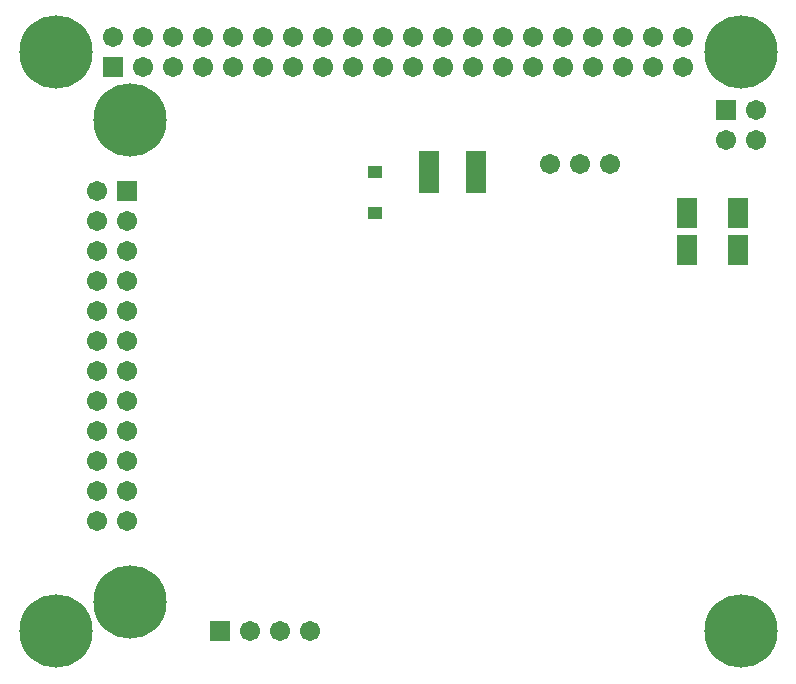
<source format=gts>
G04*
G04 #@! TF.GenerationSoftware,Altium Limited,Altium Designer,18.1.9 (240)*
G04*
G04 Layer_Color=8388736*
%FSAX25Y25*%
%MOIN*%
G70*
G01*
G75*
%ADD20R,0.06902X0.10446*%
%ADD21R,0.06902X0.14383*%
%ADD22R,0.04540X0.04343*%
%ADD23C,0.24422*%
%ADD24C,0.06706*%
%ADD25R,0.06706X0.06706*%
%ADD26C,0.06706*%
%ADD27C,0.06710*%
%ADD28R,0.06706X0.06706*%
D20*
X0392173Y0196728D02*
D03*
Y0184327D02*
D03*
X0374949Y0196728D02*
D03*
Y0184327D02*
D03*
D21*
X0304673Y0210409D02*
D03*
X0288925D02*
D03*
D22*
X0271110Y0196630D02*
D03*
Y0210409D02*
D03*
D23*
X0189319Y0227831D02*
D03*
Y0067201D02*
D03*
X0164614Y0057358D02*
D03*
Y0250272D02*
D03*
X0392961D02*
D03*
Y0057358D02*
D03*
D24*
X0178295Y0094071D02*
D03*
X0188295D02*
D03*
X0178295Y0104071D02*
D03*
X0188295D02*
D03*
X0178295Y0114071D02*
D03*
X0188295D02*
D03*
X0178295Y0124071D02*
D03*
X0188295D02*
D03*
X0178295Y0134071D02*
D03*
X0188295D02*
D03*
X0178295Y0144071D02*
D03*
X0188295D02*
D03*
X0178295Y0154071D02*
D03*
X0188295D02*
D03*
X0178295Y0164071D02*
D03*
X0188295D02*
D03*
X0178295Y0174071D02*
D03*
X0188295D02*
D03*
X0178295Y0184071D02*
D03*
X0188295D02*
D03*
X0178295Y0194071D02*
D03*
X0188295D02*
D03*
X0178295Y0204071D02*
D03*
X0373835Y0255441D02*
D03*
Y0245441D02*
D03*
X0363835Y0255441D02*
D03*
Y0245441D02*
D03*
X0353835Y0255441D02*
D03*
Y0245441D02*
D03*
X0343835Y0255441D02*
D03*
Y0245441D02*
D03*
X0333835Y0255441D02*
D03*
Y0245441D02*
D03*
X0323835Y0255441D02*
D03*
Y0245441D02*
D03*
X0313835Y0255441D02*
D03*
Y0245441D02*
D03*
X0303835Y0255441D02*
D03*
Y0245441D02*
D03*
X0293835Y0255441D02*
D03*
Y0245441D02*
D03*
X0283835Y0255441D02*
D03*
Y0245441D02*
D03*
X0273835Y0255441D02*
D03*
Y0245441D02*
D03*
X0263835Y0255441D02*
D03*
Y0245441D02*
D03*
X0253835Y0255441D02*
D03*
Y0245441D02*
D03*
X0243835Y0255441D02*
D03*
Y0245441D02*
D03*
X0233835Y0255441D02*
D03*
Y0245441D02*
D03*
X0223835Y0255441D02*
D03*
Y0245441D02*
D03*
X0213835Y0255441D02*
D03*
Y0245441D02*
D03*
X0203835Y0255441D02*
D03*
Y0245441D02*
D03*
X0193835Y0255441D02*
D03*
Y0245441D02*
D03*
X0183835Y0255441D02*
D03*
X0249319Y0057457D02*
D03*
X0239319D02*
D03*
X0229319D02*
D03*
X0397941Y0221158D02*
D03*
X0387941D02*
D03*
X0397941Y0231157D02*
D03*
D25*
X0188295Y0204071D02*
D03*
X0387941Y0231157D02*
D03*
D26*
X0329417Y0212929D02*
D03*
D27*
X0339417Y0212968D02*
D03*
X0349417D02*
D03*
D28*
X0183835Y0245441D02*
D03*
X0219319Y0057457D02*
D03*
M02*

</source>
